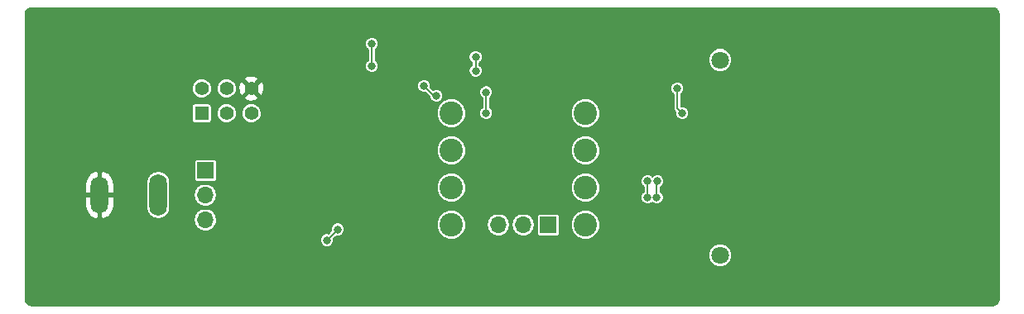
<source format=gbr>
G04 #@! TF.GenerationSoftware,KiCad,Pcbnew,5.0.0-fee4fd1~66~ubuntu14.04.1*
G04 #@! TF.CreationDate,2018-10-03T23:45:46-07:00*
G04 #@! TF.ProjectId,SD_card_dev,53445F636172645F6465762E6B696361,rev?*
G04 #@! TF.SameCoordinates,Original*
G04 #@! TF.FileFunction,Copper,L2,Bot,Signal*
G04 #@! TF.FilePolarity,Positive*
%FSLAX46Y46*%
G04 Gerber Fmt 4.6, Leading zero omitted, Abs format (unit mm)*
G04 Created by KiCad (PCBNEW 5.0.0-fee4fd1~66~ubuntu14.04.1) date Wed Oct  3 23:45:46 2018*
%MOMM*%
%LPD*%
G01*
G04 APERTURE LIST*
G04 #@! TA.AperFunction,ComponentPad*
%ADD10O,1.800000X3.800000*%
G04 #@! TD*
G04 #@! TA.AperFunction,ComponentPad*
%ADD11O,1.800000X4.300000*%
G04 #@! TD*
G04 #@! TA.AperFunction,ComponentPad*
%ADD12C,1.400000*%
G04 #@! TD*
G04 #@! TA.AperFunction,ComponentPad*
%ADD13R,1.400000X1.400000*%
G04 #@! TD*
G04 #@! TA.AperFunction,ComponentPad*
%ADD14R,1.700000X1.700000*%
G04 #@! TD*
G04 #@! TA.AperFunction,ComponentPad*
%ADD15O,1.700000X1.700000*%
G04 #@! TD*
G04 #@! TA.AperFunction,ComponentPad*
%ADD16C,1.800000*%
G04 #@! TD*
G04 #@! TA.AperFunction,ComponentPad*
%ADD17C,2.400000*%
G04 #@! TD*
G04 #@! TA.AperFunction,ViaPad*
%ADD18C,0.800000*%
G04 #@! TD*
G04 #@! TA.AperFunction,Conductor*
%ADD19C,0.152400*%
G04 #@! TD*
G04 #@! TA.AperFunction,Conductor*
%ADD20C,0.200000*%
G04 #@! TD*
G04 APERTURE END LIST*
D10*
G04 #@! TO.P,J1,2*
G04 #@! TO.N,GND*
X76550000Y-104902000D03*
D11*
G04 #@! TO.P,J1,1*
G04 #@! TO.N,Net-(J1-Pad1)*
X82550000Y-104902000D03*
G04 #@! TD*
D12*
G04 #@! TO.P,J2,6*
G04 #@! TO.N,GND*
X92075000Y-93980000D03*
G04 #@! TO.P,J2,5*
G04 #@! TO.N,/RESET*
X92075000Y-96520000D03*
G04 #@! TO.P,J2,4*
G04 #@! TO.N,/MOSI*
X89535000Y-93980000D03*
G04 #@! TO.P,J2,3*
G04 #@! TO.N,/SCK*
X89535000Y-96520000D03*
G04 #@! TO.P,J2,2*
G04 #@! TO.N,+5V*
X86995000Y-93980000D03*
D13*
G04 #@! TO.P,J2,1*
G04 #@! TO.N,/MISO*
X86995000Y-96520000D03*
G04 #@! TD*
D14*
G04 #@! TO.P,J3,1*
G04 #@! TO.N,+5V*
X87376000Y-102362000D03*
D15*
G04 #@! TO.P,J3,2*
G04 #@! TO.N,Net-(J1-Pad1)*
X87376000Y-104902000D03*
G04 #@! TO.P,J3,3*
G04 #@! TO.N,Net-(J3-Pad3)*
X87376000Y-107442000D03*
G04 #@! TD*
D16*
G04 #@! TO.P,J4,*
G04 #@! TO.N,*
X140000000Y-111050000D03*
X140000000Y-91050000D03*
G04 #@! TD*
D14*
G04 #@! TO.P,J5,1*
G04 #@! TO.N,Net-(J5-Pad1)*
X122428000Y-107950000D03*
D15*
G04 #@! TO.P,J5,2*
G04 #@! TO.N,/OE*
X119888000Y-107950000D03*
G04 #@! TO.P,J5,3*
G04 #@! TO.N,/OE_IO*
X117348000Y-107950000D03*
G04 #@! TD*
D17*
G04 #@! TO.P,MISO,1*
G04 #@! TO.N,/MISO*
X112522000Y-100330000D03*
G04 #@! TD*
G04 #@! TO.P,CS,1*
G04 #@! TO.N,/SS*
X112522000Y-104140000D03*
G04 #@! TD*
G04 #@! TO.P,MOSI,1*
G04 #@! TO.N,/MOSI*
X112522000Y-107950000D03*
G04 #@! TD*
G04 #@! TO.P,SCK,1*
G04 #@! TO.N,/SCK*
X112522000Y-96520000D03*
G04 #@! TD*
G04 #@! TO.P,CS,1*
G04 #@! TO.N,/SS_3V3*
X126238000Y-104140000D03*
G04 #@! TD*
G04 #@! TO.P,SCK,1*
G04 #@! TO.N,/SCK_3V3*
X126238000Y-96520000D03*
G04 #@! TD*
G04 #@! TO.P,MISO,1*
G04 #@! TO.N,/MISO_3V3*
X126238000Y-100330000D03*
G04 #@! TD*
G04 #@! TO.P,MOSI,1*
G04 #@! TO.N,/MOSI_3v3*
X126238000Y-107950000D03*
G04 #@! TD*
D18*
G04 #@! TO.N,GND*
X108712000Y-108712000D03*
X84328000Y-99822000D03*
X118364000Y-100838000D03*
X120904000Y-100838000D03*
X93980000Y-104140000D03*
X149860000Y-106680000D03*
X149860000Y-99060000D03*
X132588000Y-112776000D03*
X109474000Y-94996000D03*
X107873800Y-91668600D03*
X124485400Y-92659200D03*
X100177600Y-102057200D03*
X103886000Y-98323400D03*
X132350000Y-94488000D03*
G04 #@! TO.N,/Protect*
X110998000Y-94742000D03*
G04 #@! TO.N,+5V*
X115011200Y-92151200D03*
X115011200Y-90744000D03*
X99797672Y-109523728D03*
X100914188Y-108407212D03*
X116078000Y-96520000D03*
X116078000Y-94367400D03*
G04 #@! TO.N,+3V3*
X135636000Y-93950001D03*
X136144000Y-96520000D03*
G04 #@! TO.N,/SS_3V3*
X132588000Y-105156000D03*
X132588000Y-103471400D03*
G04 #@! TO.N,/MOSI_3v3*
X133540403Y-105156000D03*
X133604000Y-103471400D03*
G04 #@! TO.N,/Protect*
X109728000Y-93726000D03*
G04 #@! TO.N,/Detect*
X104394000Y-91694000D03*
X104394000Y-89389000D03*
G04 #@! TD*
D19*
G04 #@! TO.N,+5V*
X115011200Y-92151200D02*
X115011200Y-90744000D01*
X99797672Y-109523728D02*
X100914188Y-108407212D01*
X116078000Y-96520000D02*
X116078000Y-94367400D01*
G04 #@! TO.N,+3V3*
X135636000Y-96012000D02*
X136144000Y-96520000D01*
X135636000Y-93950001D02*
X135636000Y-96012000D01*
G04 #@! TO.N,/SS_3V3*
X132588000Y-105156000D02*
X132588000Y-103471400D01*
G04 #@! TO.N,/MOSI_3v3*
X133540403Y-103534997D02*
X133604000Y-103471400D01*
X133540403Y-105156000D02*
X133540403Y-103534997D01*
G04 #@! TO.N,/Protect*
X110744000Y-94742000D02*
X110998000Y-94742000D01*
X109728000Y-93726000D02*
X110744000Y-94742000D01*
G04 #@! TO.N,/Detect*
X104394000Y-91694000D02*
X104394000Y-89389000D01*
G04 #@! TD*
D20*
G04 #@! TO.N,GND*
G36*
X168136489Y-85774581D02*
X168342060Y-85911940D01*
X168479419Y-86117512D01*
X168535000Y-86396936D01*
X168535001Y-115533059D01*
X168479419Y-115812488D01*
X168342060Y-116018060D01*
X168136489Y-116155419D01*
X167857063Y-116211000D01*
X69632936Y-116211000D01*
X69353512Y-116155419D01*
X69147940Y-116018060D01*
X69010581Y-115812489D01*
X68955000Y-115533063D01*
X68955000Y-110811305D01*
X138800000Y-110811305D01*
X138800000Y-111288695D01*
X138982689Y-111729745D01*
X139320255Y-112067311D01*
X139761305Y-112250000D01*
X140238695Y-112250000D01*
X140679745Y-112067311D01*
X141017311Y-111729745D01*
X141200000Y-111288695D01*
X141200000Y-110811305D01*
X141017311Y-110370255D01*
X140679745Y-110032689D01*
X140238695Y-109850000D01*
X139761305Y-109850000D01*
X139320255Y-110032689D01*
X138982689Y-110370255D01*
X138800000Y-110811305D01*
X68955000Y-110811305D01*
X68955000Y-109384489D01*
X99097672Y-109384489D01*
X99097672Y-109662967D01*
X99204240Y-109920246D01*
X99401154Y-110117160D01*
X99658433Y-110223728D01*
X99936911Y-110223728D01*
X100194190Y-110117160D01*
X100391104Y-109920246D01*
X100497672Y-109662967D01*
X100497672Y-109384489D01*
X100489256Y-109364171D01*
X100754631Y-109098796D01*
X100774949Y-109107212D01*
X101053427Y-109107212D01*
X101310706Y-109000644D01*
X101507620Y-108803730D01*
X101614188Y-108546451D01*
X101614188Y-108267973D01*
X101507620Y-108010694D01*
X101310706Y-107813780D01*
X101053427Y-107707212D01*
X100774949Y-107707212D01*
X100517670Y-107813780D01*
X100320756Y-108010694D01*
X100214188Y-108267973D01*
X100214188Y-108546451D01*
X100222604Y-108566769D01*
X99957229Y-108832144D01*
X99936911Y-108823728D01*
X99658433Y-108823728D01*
X99401154Y-108930296D01*
X99204240Y-109127210D01*
X99097672Y-109384489D01*
X68955000Y-109384489D01*
X68955000Y-107442000D01*
X86203471Y-107442000D01*
X86292724Y-107890707D01*
X86546897Y-108271103D01*
X86927293Y-108525276D01*
X87262739Y-108592000D01*
X87489261Y-108592000D01*
X87824707Y-108525276D01*
X88205103Y-108271103D01*
X88459276Y-107890707D01*
X88506830Y-107651631D01*
X111022000Y-107651631D01*
X111022000Y-108248369D01*
X111250361Y-108799682D01*
X111672318Y-109221639D01*
X112223631Y-109450000D01*
X112820369Y-109450000D01*
X113371682Y-109221639D01*
X113793639Y-108799682D01*
X114022000Y-108248369D01*
X114022000Y-107950000D01*
X116175471Y-107950000D01*
X116264724Y-108398707D01*
X116518897Y-108779103D01*
X116899293Y-109033276D01*
X117234739Y-109100000D01*
X117461261Y-109100000D01*
X117796707Y-109033276D01*
X118177103Y-108779103D01*
X118431276Y-108398707D01*
X118520529Y-107950000D01*
X118715471Y-107950000D01*
X118804724Y-108398707D01*
X119058897Y-108779103D01*
X119439293Y-109033276D01*
X119774739Y-109100000D01*
X120001261Y-109100000D01*
X120336707Y-109033276D01*
X120717103Y-108779103D01*
X120971276Y-108398707D01*
X121060529Y-107950000D01*
X120971276Y-107501293D01*
X120717103Y-107120897D01*
X120685829Y-107100000D01*
X121272123Y-107100000D01*
X121272123Y-108800000D01*
X121295407Y-108917054D01*
X121361712Y-109016288D01*
X121460946Y-109082593D01*
X121578000Y-109105877D01*
X123278000Y-109105877D01*
X123395054Y-109082593D01*
X123494288Y-109016288D01*
X123560593Y-108917054D01*
X123583877Y-108800000D01*
X123583877Y-107651631D01*
X124738000Y-107651631D01*
X124738000Y-108248369D01*
X124966361Y-108799682D01*
X125388318Y-109221639D01*
X125939631Y-109450000D01*
X126536369Y-109450000D01*
X127087682Y-109221639D01*
X127509639Y-108799682D01*
X127738000Y-108248369D01*
X127738000Y-107651631D01*
X127509639Y-107100318D01*
X127087682Y-106678361D01*
X126536369Y-106450000D01*
X125939631Y-106450000D01*
X125388318Y-106678361D01*
X124966361Y-107100318D01*
X124738000Y-107651631D01*
X123583877Y-107651631D01*
X123583877Y-107100000D01*
X123560593Y-106982946D01*
X123494288Y-106883712D01*
X123395054Y-106817407D01*
X123278000Y-106794123D01*
X121578000Y-106794123D01*
X121460946Y-106817407D01*
X121361712Y-106883712D01*
X121295407Y-106982946D01*
X121272123Y-107100000D01*
X120685829Y-107100000D01*
X120336707Y-106866724D01*
X120001261Y-106800000D01*
X119774739Y-106800000D01*
X119439293Y-106866724D01*
X119058897Y-107120897D01*
X118804724Y-107501293D01*
X118715471Y-107950000D01*
X118520529Y-107950000D01*
X118431276Y-107501293D01*
X118177103Y-107120897D01*
X117796707Y-106866724D01*
X117461261Y-106800000D01*
X117234739Y-106800000D01*
X116899293Y-106866724D01*
X116518897Y-107120897D01*
X116264724Y-107501293D01*
X116175471Y-107950000D01*
X114022000Y-107950000D01*
X114022000Y-107651631D01*
X113793639Y-107100318D01*
X113371682Y-106678361D01*
X112820369Y-106450000D01*
X112223631Y-106450000D01*
X111672318Y-106678361D01*
X111250361Y-107100318D01*
X111022000Y-107651631D01*
X88506830Y-107651631D01*
X88548529Y-107442000D01*
X88459276Y-106993293D01*
X88205103Y-106612897D01*
X87824707Y-106358724D01*
X87489261Y-106292000D01*
X87262739Y-106292000D01*
X86927293Y-106358724D01*
X86546897Y-106612897D01*
X86292724Y-106993293D01*
X86203471Y-107442000D01*
X68955000Y-107442000D01*
X68955000Y-105056000D01*
X75042000Y-105056000D01*
X75042000Y-106056000D01*
X75215723Y-106621364D01*
X75592577Y-107077211D01*
X76115190Y-107354143D01*
X76163226Y-107359556D01*
X76396000Y-107249227D01*
X76396000Y-105056000D01*
X76704000Y-105056000D01*
X76704000Y-107249227D01*
X76936774Y-107359556D01*
X76984810Y-107354143D01*
X77507423Y-107077211D01*
X77884277Y-106621364D01*
X78058000Y-106056000D01*
X78058000Y-105056000D01*
X76704000Y-105056000D01*
X76396000Y-105056000D01*
X75042000Y-105056000D01*
X68955000Y-105056000D01*
X68955000Y-103748000D01*
X75042000Y-103748000D01*
X75042000Y-104748000D01*
X76396000Y-104748000D01*
X76396000Y-102554773D01*
X76704000Y-102554773D01*
X76704000Y-104748000D01*
X78058000Y-104748000D01*
X78058000Y-103748000D01*
X77992186Y-103533813D01*
X81350000Y-103533813D01*
X81350001Y-106270188D01*
X81419626Y-106620217D01*
X81684849Y-107017152D01*
X82081784Y-107282375D01*
X82550000Y-107375509D01*
X83018217Y-107282375D01*
X83415152Y-107017152D01*
X83680375Y-106620217D01*
X83750000Y-106270188D01*
X83750000Y-104902000D01*
X86203471Y-104902000D01*
X86292724Y-105350707D01*
X86546897Y-105731103D01*
X86927293Y-105985276D01*
X87262739Y-106052000D01*
X87489261Y-106052000D01*
X87824707Y-105985276D01*
X88205103Y-105731103D01*
X88459276Y-105350707D01*
X88548529Y-104902000D01*
X88459276Y-104453293D01*
X88205103Y-104072897D01*
X87858990Y-103841631D01*
X111022000Y-103841631D01*
X111022000Y-104438369D01*
X111250361Y-104989682D01*
X111672318Y-105411639D01*
X112223631Y-105640000D01*
X112820369Y-105640000D01*
X113371682Y-105411639D01*
X113793639Y-104989682D01*
X114022000Y-104438369D01*
X114022000Y-103841631D01*
X124738000Y-103841631D01*
X124738000Y-104438369D01*
X124966361Y-104989682D01*
X125388318Y-105411639D01*
X125939631Y-105640000D01*
X126536369Y-105640000D01*
X127087682Y-105411639D01*
X127509639Y-104989682D01*
X127738000Y-104438369D01*
X127738000Y-103841631D01*
X127526971Y-103332161D01*
X131888000Y-103332161D01*
X131888000Y-103610639D01*
X131994568Y-103867918D01*
X132191482Y-104064832D01*
X132211801Y-104073248D01*
X132211800Y-104554152D01*
X132191482Y-104562568D01*
X131994568Y-104759482D01*
X131888000Y-105016761D01*
X131888000Y-105295239D01*
X131994568Y-105552518D01*
X132191482Y-105749432D01*
X132448761Y-105856000D01*
X132727239Y-105856000D01*
X132984518Y-105749432D01*
X133064202Y-105669749D01*
X133143885Y-105749432D01*
X133401164Y-105856000D01*
X133679642Y-105856000D01*
X133936921Y-105749432D01*
X134133835Y-105552518D01*
X134240403Y-105295239D01*
X134240403Y-105016761D01*
X134133835Y-104759482D01*
X133936921Y-104562568D01*
X133916603Y-104554152D01*
X133916603Y-104099591D01*
X134000518Y-104064832D01*
X134197432Y-103867918D01*
X134304000Y-103610639D01*
X134304000Y-103332161D01*
X134197432Y-103074882D01*
X134000518Y-102877968D01*
X133743239Y-102771400D01*
X133464761Y-102771400D01*
X133207482Y-102877968D01*
X133096000Y-102989450D01*
X132984518Y-102877968D01*
X132727239Y-102771400D01*
X132448761Y-102771400D01*
X132191482Y-102877968D01*
X131994568Y-103074882D01*
X131888000Y-103332161D01*
X127526971Y-103332161D01*
X127509639Y-103290318D01*
X127087682Y-102868361D01*
X126536369Y-102640000D01*
X125939631Y-102640000D01*
X125388318Y-102868361D01*
X124966361Y-103290318D01*
X124738000Y-103841631D01*
X114022000Y-103841631D01*
X113793639Y-103290318D01*
X113371682Y-102868361D01*
X112820369Y-102640000D01*
X112223631Y-102640000D01*
X111672318Y-102868361D01*
X111250361Y-103290318D01*
X111022000Y-103841631D01*
X87858990Y-103841631D01*
X87824707Y-103818724D01*
X87489261Y-103752000D01*
X87262739Y-103752000D01*
X86927293Y-103818724D01*
X86546897Y-104072897D01*
X86292724Y-104453293D01*
X86203471Y-104902000D01*
X83750000Y-104902000D01*
X83750000Y-103533812D01*
X83680375Y-103183783D01*
X83415152Y-102786848D01*
X83018216Y-102521625D01*
X82550000Y-102428491D01*
X82081783Y-102521625D01*
X81684848Y-102786848D01*
X81419625Y-103183784D01*
X81350000Y-103533813D01*
X77992186Y-103533813D01*
X77884277Y-103182636D01*
X77507423Y-102726789D01*
X76984810Y-102449857D01*
X76936774Y-102444444D01*
X76704000Y-102554773D01*
X76396000Y-102554773D01*
X76163226Y-102444444D01*
X76115190Y-102449857D01*
X75592577Y-102726789D01*
X75215723Y-103182636D01*
X75042000Y-103748000D01*
X68955000Y-103748000D01*
X68955000Y-101512000D01*
X86220123Y-101512000D01*
X86220123Y-103212000D01*
X86243407Y-103329054D01*
X86309712Y-103428288D01*
X86408946Y-103494593D01*
X86526000Y-103517877D01*
X88226000Y-103517877D01*
X88343054Y-103494593D01*
X88442288Y-103428288D01*
X88508593Y-103329054D01*
X88531877Y-103212000D01*
X88531877Y-101512000D01*
X88508593Y-101394946D01*
X88442288Y-101295712D01*
X88343054Y-101229407D01*
X88226000Y-101206123D01*
X86526000Y-101206123D01*
X86408946Y-101229407D01*
X86309712Y-101295712D01*
X86243407Y-101394946D01*
X86220123Y-101512000D01*
X68955000Y-101512000D01*
X68955000Y-100031631D01*
X111022000Y-100031631D01*
X111022000Y-100628369D01*
X111250361Y-101179682D01*
X111672318Y-101601639D01*
X112223631Y-101830000D01*
X112820369Y-101830000D01*
X113371682Y-101601639D01*
X113793639Y-101179682D01*
X114022000Y-100628369D01*
X114022000Y-100031631D01*
X124738000Y-100031631D01*
X124738000Y-100628369D01*
X124966361Y-101179682D01*
X125388318Y-101601639D01*
X125939631Y-101830000D01*
X126536369Y-101830000D01*
X127087682Y-101601639D01*
X127509639Y-101179682D01*
X127738000Y-100628369D01*
X127738000Y-100031631D01*
X127509639Y-99480318D01*
X127087682Y-99058361D01*
X126536369Y-98830000D01*
X125939631Y-98830000D01*
X125388318Y-99058361D01*
X124966361Y-99480318D01*
X124738000Y-100031631D01*
X114022000Y-100031631D01*
X113793639Y-99480318D01*
X113371682Y-99058361D01*
X112820369Y-98830000D01*
X112223631Y-98830000D01*
X111672318Y-99058361D01*
X111250361Y-99480318D01*
X111022000Y-100031631D01*
X68955000Y-100031631D01*
X68955000Y-95820000D01*
X85989123Y-95820000D01*
X85989123Y-97220000D01*
X86012407Y-97337054D01*
X86078712Y-97436288D01*
X86177946Y-97502593D01*
X86295000Y-97525877D01*
X87695000Y-97525877D01*
X87812054Y-97502593D01*
X87911288Y-97436288D01*
X87977593Y-97337054D01*
X88000877Y-97220000D01*
X88000877Y-96321088D01*
X88535000Y-96321088D01*
X88535000Y-96718912D01*
X88687241Y-97086454D01*
X88968546Y-97367759D01*
X89336088Y-97520000D01*
X89733912Y-97520000D01*
X90101454Y-97367759D01*
X90382759Y-97086454D01*
X90535000Y-96718912D01*
X90535000Y-96321088D01*
X91075000Y-96321088D01*
X91075000Y-96718912D01*
X91227241Y-97086454D01*
X91508546Y-97367759D01*
X91876088Y-97520000D01*
X92273912Y-97520000D01*
X92641454Y-97367759D01*
X92922759Y-97086454D01*
X93075000Y-96718912D01*
X93075000Y-96321088D01*
X93033804Y-96221631D01*
X111022000Y-96221631D01*
X111022000Y-96818369D01*
X111250361Y-97369682D01*
X111672318Y-97791639D01*
X112223631Y-98020000D01*
X112820369Y-98020000D01*
X113371682Y-97791639D01*
X113793639Y-97369682D01*
X114022000Y-96818369D01*
X114022000Y-96221631D01*
X113793639Y-95670318D01*
X113371682Y-95248361D01*
X112820369Y-95020000D01*
X112223631Y-95020000D01*
X111672318Y-95248361D01*
X111250361Y-95670318D01*
X111022000Y-96221631D01*
X93033804Y-96221631D01*
X92922759Y-95953546D01*
X92641454Y-95672241D01*
X92273912Y-95520000D01*
X91876088Y-95520000D01*
X91508546Y-95672241D01*
X91227241Y-95953546D01*
X91075000Y-96321088D01*
X90535000Y-96321088D01*
X90382759Y-95953546D01*
X90101454Y-95672241D01*
X89733912Y-95520000D01*
X89336088Y-95520000D01*
X88968546Y-95672241D01*
X88687241Y-95953546D01*
X88535000Y-96321088D01*
X88000877Y-96321088D01*
X88000877Y-95820000D01*
X87977593Y-95702946D01*
X87911288Y-95603712D01*
X87812054Y-95537407D01*
X87695000Y-95514123D01*
X86295000Y-95514123D01*
X86177946Y-95537407D01*
X86078712Y-95603712D01*
X86012407Y-95702946D01*
X85989123Y-95820000D01*
X68955000Y-95820000D01*
X68955000Y-93781088D01*
X85995000Y-93781088D01*
X85995000Y-94178912D01*
X86147241Y-94546454D01*
X86428546Y-94827759D01*
X86796088Y-94980000D01*
X87193912Y-94980000D01*
X87561454Y-94827759D01*
X87842759Y-94546454D01*
X87995000Y-94178912D01*
X87995000Y-93781088D01*
X88535000Y-93781088D01*
X88535000Y-94178912D01*
X88687241Y-94546454D01*
X88968546Y-94827759D01*
X89336088Y-94980000D01*
X89733912Y-94980000D01*
X89885275Y-94917303D01*
X91355486Y-94917303D01*
X91420947Y-95142227D01*
X91915499Y-95304052D01*
X92434333Y-95264303D01*
X92729053Y-95142227D01*
X92794514Y-94917303D01*
X92075000Y-94197789D01*
X91355486Y-94917303D01*
X89885275Y-94917303D01*
X90101454Y-94827759D01*
X90382759Y-94546454D01*
X90535000Y-94178912D01*
X90535000Y-93820499D01*
X90750948Y-93820499D01*
X90790697Y-94339333D01*
X90912773Y-94634053D01*
X91137697Y-94699514D01*
X91857211Y-93980000D01*
X92292789Y-93980000D01*
X93012303Y-94699514D01*
X93237227Y-94634053D01*
X93399052Y-94139501D01*
X93359303Y-93620667D01*
X93345259Y-93586761D01*
X109028000Y-93586761D01*
X109028000Y-93865239D01*
X109134568Y-94122518D01*
X109331482Y-94319432D01*
X109588761Y-94426000D01*
X109867239Y-94426000D01*
X109887557Y-94417584D01*
X110298000Y-94828027D01*
X110298000Y-94881239D01*
X110404568Y-95138518D01*
X110601482Y-95335432D01*
X110858761Y-95442000D01*
X111137239Y-95442000D01*
X111394518Y-95335432D01*
X111591432Y-95138518D01*
X111698000Y-94881239D01*
X111698000Y-94602761D01*
X111591432Y-94345482D01*
X111474111Y-94228161D01*
X115378000Y-94228161D01*
X115378000Y-94506639D01*
X115484568Y-94763918D01*
X115681482Y-94960832D01*
X115701801Y-94969248D01*
X115701800Y-95918152D01*
X115681482Y-95926568D01*
X115484568Y-96123482D01*
X115378000Y-96380761D01*
X115378000Y-96659239D01*
X115484568Y-96916518D01*
X115681482Y-97113432D01*
X115938761Y-97220000D01*
X116217239Y-97220000D01*
X116474518Y-97113432D01*
X116671432Y-96916518D01*
X116778000Y-96659239D01*
X116778000Y-96380761D01*
X116712087Y-96221631D01*
X124738000Y-96221631D01*
X124738000Y-96818369D01*
X124966361Y-97369682D01*
X125388318Y-97791639D01*
X125939631Y-98020000D01*
X126536369Y-98020000D01*
X127087682Y-97791639D01*
X127509639Y-97369682D01*
X127738000Y-96818369D01*
X127738000Y-96221631D01*
X127509639Y-95670318D01*
X127087682Y-95248361D01*
X126536369Y-95020000D01*
X125939631Y-95020000D01*
X125388318Y-95248361D01*
X124966361Y-95670318D01*
X124738000Y-96221631D01*
X116712087Y-96221631D01*
X116671432Y-96123482D01*
X116474518Y-95926568D01*
X116454200Y-95918152D01*
X116454200Y-94969248D01*
X116474518Y-94960832D01*
X116671432Y-94763918D01*
X116778000Y-94506639D01*
X116778000Y-94228161D01*
X116671432Y-93970882D01*
X116511312Y-93810762D01*
X134936000Y-93810762D01*
X134936000Y-94089240D01*
X135042568Y-94346519D01*
X135239482Y-94543433D01*
X135259800Y-94551849D01*
X135259801Y-95974944D01*
X135252430Y-96012000D01*
X135281628Y-96158785D01*
X135281629Y-96158786D01*
X135364776Y-96283225D01*
X135396187Y-96304213D01*
X135452416Y-96360442D01*
X135444000Y-96380761D01*
X135444000Y-96659239D01*
X135550568Y-96916518D01*
X135747482Y-97113432D01*
X136004761Y-97220000D01*
X136283239Y-97220000D01*
X136540518Y-97113432D01*
X136737432Y-96916518D01*
X136844000Y-96659239D01*
X136844000Y-96380761D01*
X136737432Y-96123482D01*
X136540518Y-95926568D01*
X136283239Y-95820000D01*
X136012200Y-95820000D01*
X136012200Y-94551849D01*
X136032518Y-94543433D01*
X136229432Y-94346519D01*
X136336000Y-94089240D01*
X136336000Y-93810762D01*
X136229432Y-93553483D01*
X136032518Y-93356569D01*
X135775239Y-93250001D01*
X135496761Y-93250001D01*
X135239482Y-93356569D01*
X135042568Y-93553483D01*
X134936000Y-93810762D01*
X116511312Y-93810762D01*
X116474518Y-93773968D01*
X116217239Y-93667400D01*
X115938761Y-93667400D01*
X115681482Y-93773968D01*
X115484568Y-93970882D01*
X115378000Y-94228161D01*
X111474111Y-94228161D01*
X111394518Y-94148568D01*
X111137239Y-94042000D01*
X110858761Y-94042000D01*
X110658837Y-94124811D01*
X110419584Y-93885557D01*
X110428000Y-93865239D01*
X110428000Y-93586761D01*
X110321432Y-93329482D01*
X110124518Y-93132568D01*
X109867239Y-93026000D01*
X109588761Y-93026000D01*
X109331482Y-93132568D01*
X109134568Y-93329482D01*
X109028000Y-93586761D01*
X93345259Y-93586761D01*
X93237227Y-93325947D01*
X93012303Y-93260486D01*
X92292789Y-93980000D01*
X91857211Y-93980000D01*
X91137697Y-93260486D01*
X90912773Y-93325947D01*
X90750948Y-93820499D01*
X90535000Y-93820499D01*
X90535000Y-93781088D01*
X90382759Y-93413546D01*
X90101454Y-93132241D01*
X89885276Y-93042697D01*
X91355486Y-93042697D01*
X92075000Y-93762211D01*
X92794514Y-93042697D01*
X92729053Y-92817773D01*
X92234501Y-92655948D01*
X91715667Y-92695697D01*
X91420947Y-92817773D01*
X91355486Y-93042697D01*
X89885276Y-93042697D01*
X89733912Y-92980000D01*
X89336088Y-92980000D01*
X88968546Y-93132241D01*
X88687241Y-93413546D01*
X88535000Y-93781088D01*
X87995000Y-93781088D01*
X87842759Y-93413546D01*
X87561454Y-93132241D01*
X87193912Y-92980000D01*
X86796088Y-92980000D01*
X86428546Y-93132241D01*
X86147241Y-93413546D01*
X85995000Y-93781088D01*
X68955000Y-93781088D01*
X68955000Y-89249761D01*
X103694000Y-89249761D01*
X103694000Y-89528239D01*
X103800568Y-89785518D01*
X103997482Y-89982432D01*
X104017801Y-89990848D01*
X104017800Y-91092152D01*
X103997482Y-91100568D01*
X103800568Y-91297482D01*
X103694000Y-91554761D01*
X103694000Y-91833239D01*
X103800568Y-92090518D01*
X103997482Y-92287432D01*
X104254761Y-92394000D01*
X104533239Y-92394000D01*
X104790518Y-92287432D01*
X104987432Y-92090518D01*
X105094000Y-91833239D01*
X105094000Y-91554761D01*
X104987432Y-91297482D01*
X104790518Y-91100568D01*
X104770200Y-91092152D01*
X104770200Y-90604761D01*
X114311200Y-90604761D01*
X114311200Y-90883239D01*
X114417768Y-91140518D01*
X114614682Y-91337432D01*
X114635001Y-91345848D01*
X114635000Y-91549352D01*
X114614682Y-91557768D01*
X114417768Y-91754682D01*
X114311200Y-92011961D01*
X114311200Y-92290439D01*
X114417768Y-92547718D01*
X114614682Y-92744632D01*
X114871961Y-92851200D01*
X115150439Y-92851200D01*
X115407718Y-92744632D01*
X115604632Y-92547718D01*
X115711200Y-92290439D01*
X115711200Y-92011961D01*
X115604632Y-91754682D01*
X115407718Y-91557768D01*
X115387400Y-91549352D01*
X115387400Y-91345848D01*
X115407718Y-91337432D01*
X115604632Y-91140518D01*
X115711200Y-90883239D01*
X115711200Y-90811305D01*
X138800000Y-90811305D01*
X138800000Y-91288695D01*
X138982689Y-91729745D01*
X139320255Y-92067311D01*
X139761305Y-92250000D01*
X140238695Y-92250000D01*
X140679745Y-92067311D01*
X141017311Y-91729745D01*
X141200000Y-91288695D01*
X141200000Y-90811305D01*
X141017311Y-90370255D01*
X140679745Y-90032689D01*
X140238695Y-89850000D01*
X139761305Y-89850000D01*
X139320255Y-90032689D01*
X138982689Y-90370255D01*
X138800000Y-90811305D01*
X115711200Y-90811305D01*
X115711200Y-90604761D01*
X115604632Y-90347482D01*
X115407718Y-90150568D01*
X115150439Y-90044000D01*
X114871961Y-90044000D01*
X114614682Y-90150568D01*
X114417768Y-90347482D01*
X114311200Y-90604761D01*
X104770200Y-90604761D01*
X104770200Y-89990848D01*
X104790518Y-89982432D01*
X104987432Y-89785518D01*
X105094000Y-89528239D01*
X105094000Y-89249761D01*
X104987432Y-88992482D01*
X104790518Y-88795568D01*
X104533239Y-88689000D01*
X104254761Y-88689000D01*
X103997482Y-88795568D01*
X103800568Y-88992482D01*
X103694000Y-89249761D01*
X68955000Y-89249761D01*
X68955000Y-86396937D01*
X69010581Y-86117511D01*
X69147940Y-85911940D01*
X69353512Y-85774581D01*
X69632936Y-85719000D01*
X167857063Y-85719000D01*
X168136489Y-85774581D01*
X168136489Y-85774581D01*
G37*
X168136489Y-85774581D02*
X168342060Y-85911940D01*
X168479419Y-86117512D01*
X168535000Y-86396936D01*
X168535001Y-115533059D01*
X168479419Y-115812488D01*
X168342060Y-116018060D01*
X168136489Y-116155419D01*
X167857063Y-116211000D01*
X69632936Y-116211000D01*
X69353512Y-116155419D01*
X69147940Y-116018060D01*
X69010581Y-115812489D01*
X68955000Y-115533063D01*
X68955000Y-110811305D01*
X138800000Y-110811305D01*
X138800000Y-111288695D01*
X138982689Y-111729745D01*
X139320255Y-112067311D01*
X139761305Y-112250000D01*
X140238695Y-112250000D01*
X140679745Y-112067311D01*
X141017311Y-111729745D01*
X141200000Y-111288695D01*
X141200000Y-110811305D01*
X141017311Y-110370255D01*
X140679745Y-110032689D01*
X140238695Y-109850000D01*
X139761305Y-109850000D01*
X139320255Y-110032689D01*
X138982689Y-110370255D01*
X138800000Y-110811305D01*
X68955000Y-110811305D01*
X68955000Y-109384489D01*
X99097672Y-109384489D01*
X99097672Y-109662967D01*
X99204240Y-109920246D01*
X99401154Y-110117160D01*
X99658433Y-110223728D01*
X99936911Y-110223728D01*
X100194190Y-110117160D01*
X100391104Y-109920246D01*
X100497672Y-109662967D01*
X100497672Y-109384489D01*
X100489256Y-109364171D01*
X100754631Y-109098796D01*
X100774949Y-109107212D01*
X101053427Y-109107212D01*
X101310706Y-109000644D01*
X101507620Y-108803730D01*
X101614188Y-108546451D01*
X101614188Y-108267973D01*
X101507620Y-108010694D01*
X101310706Y-107813780D01*
X101053427Y-107707212D01*
X100774949Y-107707212D01*
X100517670Y-107813780D01*
X100320756Y-108010694D01*
X100214188Y-108267973D01*
X100214188Y-108546451D01*
X100222604Y-108566769D01*
X99957229Y-108832144D01*
X99936911Y-108823728D01*
X99658433Y-108823728D01*
X99401154Y-108930296D01*
X99204240Y-109127210D01*
X99097672Y-109384489D01*
X68955000Y-109384489D01*
X68955000Y-107442000D01*
X86203471Y-107442000D01*
X86292724Y-107890707D01*
X86546897Y-108271103D01*
X86927293Y-108525276D01*
X87262739Y-108592000D01*
X87489261Y-108592000D01*
X87824707Y-108525276D01*
X88205103Y-108271103D01*
X88459276Y-107890707D01*
X88506830Y-107651631D01*
X111022000Y-107651631D01*
X111022000Y-108248369D01*
X111250361Y-108799682D01*
X111672318Y-109221639D01*
X112223631Y-109450000D01*
X112820369Y-109450000D01*
X113371682Y-109221639D01*
X113793639Y-108799682D01*
X114022000Y-108248369D01*
X114022000Y-107950000D01*
X116175471Y-107950000D01*
X116264724Y-108398707D01*
X116518897Y-108779103D01*
X116899293Y-109033276D01*
X117234739Y-109100000D01*
X117461261Y-109100000D01*
X117796707Y-109033276D01*
X118177103Y-108779103D01*
X118431276Y-108398707D01*
X118520529Y-107950000D01*
X118715471Y-107950000D01*
X118804724Y-108398707D01*
X119058897Y-108779103D01*
X119439293Y-109033276D01*
X119774739Y-109100000D01*
X120001261Y-109100000D01*
X120336707Y-109033276D01*
X120717103Y-108779103D01*
X120971276Y-108398707D01*
X121060529Y-107950000D01*
X120971276Y-107501293D01*
X120717103Y-107120897D01*
X120685829Y-107100000D01*
X121272123Y-107100000D01*
X121272123Y-108800000D01*
X121295407Y-108917054D01*
X121361712Y-109016288D01*
X121460946Y-109082593D01*
X121578000Y-109105877D01*
X123278000Y-109105877D01*
X123395054Y-109082593D01*
X123494288Y-109016288D01*
X123560593Y-108917054D01*
X123583877Y-108800000D01*
X123583877Y-107651631D01*
X124738000Y-107651631D01*
X124738000Y-108248369D01*
X124966361Y-108799682D01*
X125388318Y-109221639D01*
X125939631Y-109450000D01*
X126536369Y-109450000D01*
X127087682Y-109221639D01*
X127509639Y-108799682D01*
X127738000Y-108248369D01*
X127738000Y-107651631D01*
X127509639Y-107100318D01*
X127087682Y-106678361D01*
X126536369Y-106450000D01*
X125939631Y-106450000D01*
X125388318Y-106678361D01*
X124966361Y-107100318D01*
X124738000Y-107651631D01*
X123583877Y-107651631D01*
X123583877Y-107100000D01*
X123560593Y-106982946D01*
X123494288Y-106883712D01*
X123395054Y-106817407D01*
X123278000Y-106794123D01*
X121578000Y-106794123D01*
X121460946Y-106817407D01*
X121361712Y-106883712D01*
X121295407Y-106982946D01*
X121272123Y-107100000D01*
X120685829Y-107100000D01*
X120336707Y-106866724D01*
X120001261Y-106800000D01*
X119774739Y-106800000D01*
X119439293Y-106866724D01*
X119058897Y-107120897D01*
X118804724Y-107501293D01*
X118715471Y-107950000D01*
X118520529Y-107950000D01*
X118431276Y-107501293D01*
X118177103Y-107120897D01*
X117796707Y-106866724D01*
X117461261Y-106800000D01*
X117234739Y-106800000D01*
X116899293Y-106866724D01*
X116518897Y-107120897D01*
X116264724Y-107501293D01*
X116175471Y-107950000D01*
X114022000Y-107950000D01*
X114022000Y-107651631D01*
X113793639Y-107100318D01*
X113371682Y-106678361D01*
X112820369Y-106450000D01*
X112223631Y-106450000D01*
X111672318Y-106678361D01*
X111250361Y-107100318D01*
X111022000Y-107651631D01*
X88506830Y-107651631D01*
X88548529Y-107442000D01*
X88459276Y-106993293D01*
X88205103Y-106612897D01*
X87824707Y-106358724D01*
X87489261Y-106292000D01*
X87262739Y-106292000D01*
X86927293Y-106358724D01*
X86546897Y-106612897D01*
X86292724Y-106993293D01*
X86203471Y-107442000D01*
X68955000Y-107442000D01*
X68955000Y-105056000D01*
X75042000Y-105056000D01*
X75042000Y-106056000D01*
X75215723Y-106621364D01*
X75592577Y-107077211D01*
X76115190Y-107354143D01*
X76163226Y-107359556D01*
X76396000Y-107249227D01*
X76396000Y-105056000D01*
X76704000Y-105056000D01*
X76704000Y-107249227D01*
X76936774Y-107359556D01*
X76984810Y-107354143D01*
X77507423Y-107077211D01*
X77884277Y-106621364D01*
X78058000Y-106056000D01*
X78058000Y-105056000D01*
X76704000Y-105056000D01*
X76396000Y-105056000D01*
X75042000Y-105056000D01*
X68955000Y-105056000D01*
X68955000Y-103748000D01*
X75042000Y-103748000D01*
X75042000Y-104748000D01*
X76396000Y-104748000D01*
X76396000Y-102554773D01*
X76704000Y-102554773D01*
X76704000Y-104748000D01*
X78058000Y-104748000D01*
X78058000Y-103748000D01*
X77992186Y-103533813D01*
X81350000Y-103533813D01*
X81350001Y-106270188D01*
X81419626Y-106620217D01*
X81684849Y-107017152D01*
X82081784Y-107282375D01*
X82550000Y-107375509D01*
X83018217Y-107282375D01*
X83415152Y-107017152D01*
X83680375Y-106620217D01*
X83750000Y-106270188D01*
X83750000Y-104902000D01*
X86203471Y-104902000D01*
X86292724Y-105350707D01*
X86546897Y-105731103D01*
X86927293Y-105985276D01*
X87262739Y-106052000D01*
X87489261Y-106052000D01*
X87824707Y-105985276D01*
X88205103Y-105731103D01*
X88459276Y-105350707D01*
X88548529Y-104902000D01*
X88459276Y-104453293D01*
X88205103Y-104072897D01*
X87858990Y-103841631D01*
X111022000Y-103841631D01*
X111022000Y-104438369D01*
X111250361Y-104989682D01*
X111672318Y-105411639D01*
X112223631Y-105640000D01*
X112820369Y-105640000D01*
X113371682Y-105411639D01*
X113793639Y-104989682D01*
X114022000Y-104438369D01*
X114022000Y-103841631D01*
X124738000Y-103841631D01*
X124738000Y-104438369D01*
X124966361Y-104989682D01*
X125388318Y-105411639D01*
X125939631Y-105640000D01*
X126536369Y-105640000D01*
X127087682Y-105411639D01*
X127509639Y-104989682D01*
X127738000Y-104438369D01*
X127738000Y-103841631D01*
X127526971Y-103332161D01*
X131888000Y-103332161D01*
X131888000Y-103610639D01*
X131994568Y-103867918D01*
X132191482Y-104064832D01*
X132211801Y-104073248D01*
X132211800Y-104554152D01*
X132191482Y-104562568D01*
X131994568Y-104759482D01*
X131888000Y-105016761D01*
X131888000Y-105295239D01*
X131994568Y-105552518D01*
X132191482Y-105749432D01*
X132448761Y-105856000D01*
X132727239Y-105856000D01*
X132984518Y-105749432D01*
X133064202Y-105669749D01*
X133143885Y-105749432D01*
X133401164Y-105856000D01*
X133679642Y-105856000D01*
X133936921Y-105749432D01*
X134133835Y-105552518D01*
X134240403Y-105295239D01*
X134240403Y-105016761D01*
X134133835Y-104759482D01*
X133936921Y-104562568D01*
X133916603Y-104554152D01*
X133916603Y-104099591D01*
X134000518Y-104064832D01*
X134197432Y-103867918D01*
X134304000Y-103610639D01*
X134304000Y-103332161D01*
X134197432Y-103074882D01*
X134000518Y-102877968D01*
X133743239Y-102771400D01*
X133464761Y-102771400D01*
X133207482Y-102877968D01*
X133096000Y-102989450D01*
X132984518Y-102877968D01*
X132727239Y-102771400D01*
X132448761Y-102771400D01*
X132191482Y-102877968D01*
X131994568Y-103074882D01*
X131888000Y-103332161D01*
X127526971Y-103332161D01*
X127509639Y-103290318D01*
X127087682Y-102868361D01*
X126536369Y-102640000D01*
X125939631Y-102640000D01*
X125388318Y-102868361D01*
X124966361Y-103290318D01*
X124738000Y-103841631D01*
X114022000Y-103841631D01*
X113793639Y-103290318D01*
X113371682Y-102868361D01*
X112820369Y-102640000D01*
X112223631Y-102640000D01*
X111672318Y-102868361D01*
X111250361Y-103290318D01*
X111022000Y-103841631D01*
X87858990Y-103841631D01*
X87824707Y-103818724D01*
X87489261Y-103752000D01*
X87262739Y-103752000D01*
X86927293Y-103818724D01*
X86546897Y-104072897D01*
X86292724Y-104453293D01*
X86203471Y-104902000D01*
X83750000Y-104902000D01*
X83750000Y-103533812D01*
X83680375Y-103183783D01*
X83415152Y-102786848D01*
X83018216Y-102521625D01*
X82550000Y-102428491D01*
X82081783Y-102521625D01*
X81684848Y-102786848D01*
X81419625Y-103183784D01*
X81350000Y-103533813D01*
X77992186Y-103533813D01*
X77884277Y-103182636D01*
X77507423Y-102726789D01*
X76984810Y-102449857D01*
X76936774Y-102444444D01*
X76704000Y-102554773D01*
X76396000Y-102554773D01*
X76163226Y-102444444D01*
X76115190Y-102449857D01*
X75592577Y-102726789D01*
X75215723Y-103182636D01*
X75042000Y-103748000D01*
X68955000Y-103748000D01*
X68955000Y-101512000D01*
X86220123Y-101512000D01*
X86220123Y-103212000D01*
X86243407Y-103329054D01*
X86309712Y-103428288D01*
X86408946Y-103494593D01*
X86526000Y-103517877D01*
X88226000Y-103517877D01*
X88343054Y-103494593D01*
X88442288Y-103428288D01*
X88508593Y-103329054D01*
X88531877Y-103212000D01*
X88531877Y-101512000D01*
X88508593Y-101394946D01*
X88442288Y-101295712D01*
X88343054Y-101229407D01*
X88226000Y-101206123D01*
X86526000Y-101206123D01*
X86408946Y-101229407D01*
X86309712Y-101295712D01*
X86243407Y-101394946D01*
X86220123Y-101512000D01*
X68955000Y-101512000D01*
X68955000Y-100031631D01*
X111022000Y-100031631D01*
X111022000Y-100628369D01*
X111250361Y-101179682D01*
X111672318Y-101601639D01*
X112223631Y-101830000D01*
X112820369Y-101830000D01*
X113371682Y-101601639D01*
X113793639Y-101179682D01*
X114022000Y-100628369D01*
X114022000Y-100031631D01*
X124738000Y-100031631D01*
X124738000Y-100628369D01*
X124966361Y-101179682D01*
X125388318Y-101601639D01*
X125939631Y-101830000D01*
X126536369Y-101830000D01*
X127087682Y-101601639D01*
X127509639Y-101179682D01*
X127738000Y-100628369D01*
X127738000Y-100031631D01*
X127509639Y-99480318D01*
X127087682Y-99058361D01*
X126536369Y-98830000D01*
X125939631Y-98830000D01*
X125388318Y-99058361D01*
X124966361Y-99480318D01*
X124738000Y-100031631D01*
X114022000Y-100031631D01*
X113793639Y-99480318D01*
X113371682Y-99058361D01*
X112820369Y-98830000D01*
X112223631Y-98830000D01*
X111672318Y-99058361D01*
X111250361Y-99480318D01*
X111022000Y-100031631D01*
X68955000Y-100031631D01*
X68955000Y-95820000D01*
X85989123Y-95820000D01*
X85989123Y-97220000D01*
X86012407Y-97337054D01*
X86078712Y-97436288D01*
X86177946Y-97502593D01*
X86295000Y-97525877D01*
X87695000Y-97525877D01*
X87812054Y-97502593D01*
X87911288Y-97436288D01*
X87977593Y-97337054D01*
X88000877Y-97220000D01*
X88000877Y-96321088D01*
X88535000Y-96321088D01*
X88535000Y-96718912D01*
X88687241Y-97086454D01*
X88968546Y-97367759D01*
X89336088Y-97520000D01*
X89733912Y-97520000D01*
X90101454Y-97367759D01*
X90382759Y-97086454D01*
X90535000Y-96718912D01*
X90535000Y-96321088D01*
X91075000Y-96321088D01*
X91075000Y-96718912D01*
X91227241Y-97086454D01*
X91508546Y-97367759D01*
X91876088Y-97520000D01*
X92273912Y-97520000D01*
X92641454Y-97367759D01*
X92922759Y-97086454D01*
X93075000Y-96718912D01*
X93075000Y-96321088D01*
X93033804Y-96221631D01*
X111022000Y-96221631D01*
X111022000Y-96818369D01*
X111250361Y-97369682D01*
X111672318Y-97791639D01*
X112223631Y-98020000D01*
X112820369Y-98020000D01*
X113371682Y-97791639D01*
X113793639Y-97369682D01*
X114022000Y-96818369D01*
X114022000Y-96221631D01*
X113793639Y-95670318D01*
X113371682Y-95248361D01*
X112820369Y-95020000D01*
X112223631Y-95020000D01*
X111672318Y-95248361D01*
X111250361Y-95670318D01*
X111022000Y-96221631D01*
X93033804Y-96221631D01*
X92922759Y-95953546D01*
X92641454Y-95672241D01*
X92273912Y-95520000D01*
X91876088Y-95520000D01*
X91508546Y-95672241D01*
X91227241Y-95953546D01*
X91075000Y-96321088D01*
X90535000Y-96321088D01*
X90382759Y-95953546D01*
X90101454Y-95672241D01*
X89733912Y-95520000D01*
X89336088Y-95520000D01*
X88968546Y-95672241D01*
X88687241Y-95953546D01*
X88535000Y-96321088D01*
X88000877Y-96321088D01*
X88000877Y-95820000D01*
X87977593Y-95702946D01*
X87911288Y-95603712D01*
X87812054Y-95537407D01*
X87695000Y-95514123D01*
X86295000Y-95514123D01*
X86177946Y-95537407D01*
X86078712Y-95603712D01*
X86012407Y-95702946D01*
X85989123Y-95820000D01*
X68955000Y-95820000D01*
X68955000Y-93781088D01*
X85995000Y-93781088D01*
X85995000Y-94178912D01*
X86147241Y-94546454D01*
X86428546Y-94827759D01*
X86796088Y-94980000D01*
X87193912Y-94980000D01*
X87561454Y-94827759D01*
X87842759Y-94546454D01*
X87995000Y-94178912D01*
X87995000Y-93781088D01*
X88535000Y-93781088D01*
X88535000Y-94178912D01*
X88687241Y-94546454D01*
X88968546Y-94827759D01*
X89336088Y-94980000D01*
X89733912Y-94980000D01*
X89885275Y-94917303D01*
X91355486Y-94917303D01*
X91420947Y-95142227D01*
X91915499Y-95304052D01*
X92434333Y-95264303D01*
X92729053Y-95142227D01*
X92794514Y-94917303D01*
X92075000Y-94197789D01*
X91355486Y-94917303D01*
X89885275Y-94917303D01*
X90101454Y-94827759D01*
X90382759Y-94546454D01*
X90535000Y-94178912D01*
X90535000Y-93820499D01*
X90750948Y-93820499D01*
X90790697Y-94339333D01*
X90912773Y-94634053D01*
X91137697Y-94699514D01*
X91857211Y-93980000D01*
X92292789Y-93980000D01*
X93012303Y-94699514D01*
X93237227Y-94634053D01*
X93399052Y-94139501D01*
X93359303Y-93620667D01*
X93345259Y-93586761D01*
X109028000Y-93586761D01*
X109028000Y-93865239D01*
X109134568Y-94122518D01*
X109331482Y-94319432D01*
X109588761Y-94426000D01*
X109867239Y-94426000D01*
X109887557Y-94417584D01*
X110298000Y-94828027D01*
X110298000Y-94881239D01*
X110404568Y-95138518D01*
X110601482Y-95335432D01*
X110858761Y-95442000D01*
X111137239Y-95442000D01*
X111394518Y-95335432D01*
X111591432Y-95138518D01*
X111698000Y-94881239D01*
X111698000Y-94602761D01*
X111591432Y-94345482D01*
X111474111Y-94228161D01*
X115378000Y-94228161D01*
X115378000Y-94506639D01*
X115484568Y-94763918D01*
X115681482Y-94960832D01*
X115701801Y-94969248D01*
X115701800Y-95918152D01*
X115681482Y-95926568D01*
X115484568Y-96123482D01*
X115378000Y-96380761D01*
X115378000Y-96659239D01*
X115484568Y-96916518D01*
X115681482Y-97113432D01*
X115938761Y-97220000D01*
X116217239Y-97220000D01*
X116474518Y-97113432D01*
X116671432Y-96916518D01*
X116778000Y-96659239D01*
X116778000Y-96380761D01*
X116712087Y-96221631D01*
X124738000Y-96221631D01*
X124738000Y-96818369D01*
X124966361Y-97369682D01*
X125388318Y-97791639D01*
X125939631Y-98020000D01*
X126536369Y-98020000D01*
X127087682Y-97791639D01*
X127509639Y-97369682D01*
X127738000Y-96818369D01*
X127738000Y-96221631D01*
X127509639Y-95670318D01*
X127087682Y-95248361D01*
X126536369Y-95020000D01*
X125939631Y-95020000D01*
X125388318Y-95248361D01*
X124966361Y-95670318D01*
X124738000Y-96221631D01*
X116712087Y-96221631D01*
X116671432Y-96123482D01*
X116474518Y-95926568D01*
X116454200Y-95918152D01*
X116454200Y-94969248D01*
X116474518Y-94960832D01*
X116671432Y-94763918D01*
X116778000Y-94506639D01*
X116778000Y-94228161D01*
X116671432Y-93970882D01*
X116511312Y-93810762D01*
X134936000Y-93810762D01*
X134936000Y-94089240D01*
X135042568Y-94346519D01*
X135239482Y-94543433D01*
X135259800Y-94551849D01*
X135259801Y-95974944D01*
X135252430Y-96012000D01*
X135281628Y-96158785D01*
X135281629Y-96158786D01*
X135364776Y-96283225D01*
X135396187Y-96304213D01*
X135452416Y-96360442D01*
X135444000Y-96380761D01*
X135444000Y-96659239D01*
X135550568Y-96916518D01*
X135747482Y-97113432D01*
X136004761Y-97220000D01*
X136283239Y-97220000D01*
X136540518Y-97113432D01*
X136737432Y-96916518D01*
X136844000Y-96659239D01*
X136844000Y-96380761D01*
X136737432Y-96123482D01*
X136540518Y-95926568D01*
X136283239Y-95820000D01*
X136012200Y-95820000D01*
X136012200Y-94551849D01*
X136032518Y-94543433D01*
X136229432Y-94346519D01*
X136336000Y-94089240D01*
X136336000Y-93810762D01*
X136229432Y-93553483D01*
X136032518Y-93356569D01*
X135775239Y-93250001D01*
X135496761Y-93250001D01*
X135239482Y-93356569D01*
X135042568Y-93553483D01*
X134936000Y-93810762D01*
X116511312Y-93810762D01*
X116474518Y-93773968D01*
X116217239Y-93667400D01*
X115938761Y-93667400D01*
X115681482Y-93773968D01*
X115484568Y-93970882D01*
X115378000Y-94228161D01*
X111474111Y-94228161D01*
X111394518Y-94148568D01*
X111137239Y-94042000D01*
X110858761Y-94042000D01*
X110658837Y-94124811D01*
X110419584Y-93885557D01*
X110428000Y-93865239D01*
X110428000Y-93586761D01*
X110321432Y-93329482D01*
X110124518Y-93132568D01*
X109867239Y-93026000D01*
X109588761Y-93026000D01*
X109331482Y-93132568D01*
X109134568Y-93329482D01*
X109028000Y-93586761D01*
X93345259Y-93586761D01*
X93237227Y-93325947D01*
X93012303Y-93260486D01*
X92292789Y-93980000D01*
X91857211Y-93980000D01*
X91137697Y-93260486D01*
X90912773Y-93325947D01*
X90750948Y-93820499D01*
X90535000Y-93820499D01*
X90535000Y-93781088D01*
X90382759Y-93413546D01*
X90101454Y-93132241D01*
X89885276Y-93042697D01*
X91355486Y-93042697D01*
X92075000Y-93762211D01*
X92794514Y-93042697D01*
X92729053Y-92817773D01*
X92234501Y-92655948D01*
X91715667Y-92695697D01*
X91420947Y-92817773D01*
X91355486Y-93042697D01*
X89885276Y-93042697D01*
X89733912Y-92980000D01*
X89336088Y-92980000D01*
X88968546Y-93132241D01*
X88687241Y-93413546D01*
X88535000Y-93781088D01*
X87995000Y-93781088D01*
X87842759Y-93413546D01*
X87561454Y-93132241D01*
X87193912Y-92980000D01*
X86796088Y-92980000D01*
X86428546Y-93132241D01*
X86147241Y-93413546D01*
X85995000Y-93781088D01*
X68955000Y-93781088D01*
X68955000Y-89249761D01*
X103694000Y-89249761D01*
X103694000Y-89528239D01*
X103800568Y-89785518D01*
X103997482Y-89982432D01*
X104017801Y-89990848D01*
X104017800Y-91092152D01*
X103997482Y-91100568D01*
X103800568Y-91297482D01*
X103694000Y-91554761D01*
X103694000Y-91833239D01*
X103800568Y-92090518D01*
X103997482Y-92287432D01*
X104254761Y-92394000D01*
X104533239Y-92394000D01*
X104790518Y-92287432D01*
X104987432Y-92090518D01*
X105094000Y-91833239D01*
X105094000Y-91554761D01*
X104987432Y-91297482D01*
X104790518Y-91100568D01*
X104770200Y-91092152D01*
X104770200Y-90604761D01*
X114311200Y-90604761D01*
X114311200Y-90883239D01*
X114417768Y-91140518D01*
X114614682Y-91337432D01*
X114635001Y-91345848D01*
X114635000Y-91549352D01*
X114614682Y-91557768D01*
X114417768Y-91754682D01*
X114311200Y-92011961D01*
X114311200Y-92290439D01*
X114417768Y-92547718D01*
X114614682Y-92744632D01*
X114871961Y-92851200D01*
X115150439Y-92851200D01*
X115407718Y-92744632D01*
X115604632Y-92547718D01*
X115711200Y-92290439D01*
X115711200Y-92011961D01*
X115604632Y-91754682D01*
X115407718Y-91557768D01*
X115387400Y-91549352D01*
X115387400Y-91345848D01*
X115407718Y-91337432D01*
X115604632Y-91140518D01*
X115711200Y-90883239D01*
X115711200Y-90811305D01*
X138800000Y-90811305D01*
X138800000Y-91288695D01*
X138982689Y-91729745D01*
X139320255Y-92067311D01*
X139761305Y-92250000D01*
X140238695Y-92250000D01*
X140679745Y-92067311D01*
X141017311Y-91729745D01*
X141200000Y-91288695D01*
X141200000Y-90811305D01*
X141017311Y-90370255D01*
X140679745Y-90032689D01*
X140238695Y-89850000D01*
X139761305Y-89850000D01*
X139320255Y-90032689D01*
X138982689Y-90370255D01*
X138800000Y-90811305D01*
X115711200Y-90811305D01*
X115711200Y-90604761D01*
X115604632Y-90347482D01*
X115407718Y-90150568D01*
X115150439Y-90044000D01*
X114871961Y-90044000D01*
X114614682Y-90150568D01*
X114417768Y-90347482D01*
X114311200Y-90604761D01*
X104770200Y-90604761D01*
X104770200Y-89990848D01*
X104790518Y-89982432D01*
X104987432Y-89785518D01*
X105094000Y-89528239D01*
X105094000Y-89249761D01*
X104987432Y-88992482D01*
X104790518Y-88795568D01*
X104533239Y-88689000D01*
X104254761Y-88689000D01*
X103997482Y-88795568D01*
X103800568Y-88992482D01*
X103694000Y-89249761D01*
X68955000Y-89249761D01*
X68955000Y-86396937D01*
X69010581Y-86117511D01*
X69147940Y-85911940D01*
X69353512Y-85774581D01*
X69632936Y-85719000D01*
X167857063Y-85719000D01*
X168136489Y-85774581D01*
G04 #@! TD*
M02*

</source>
